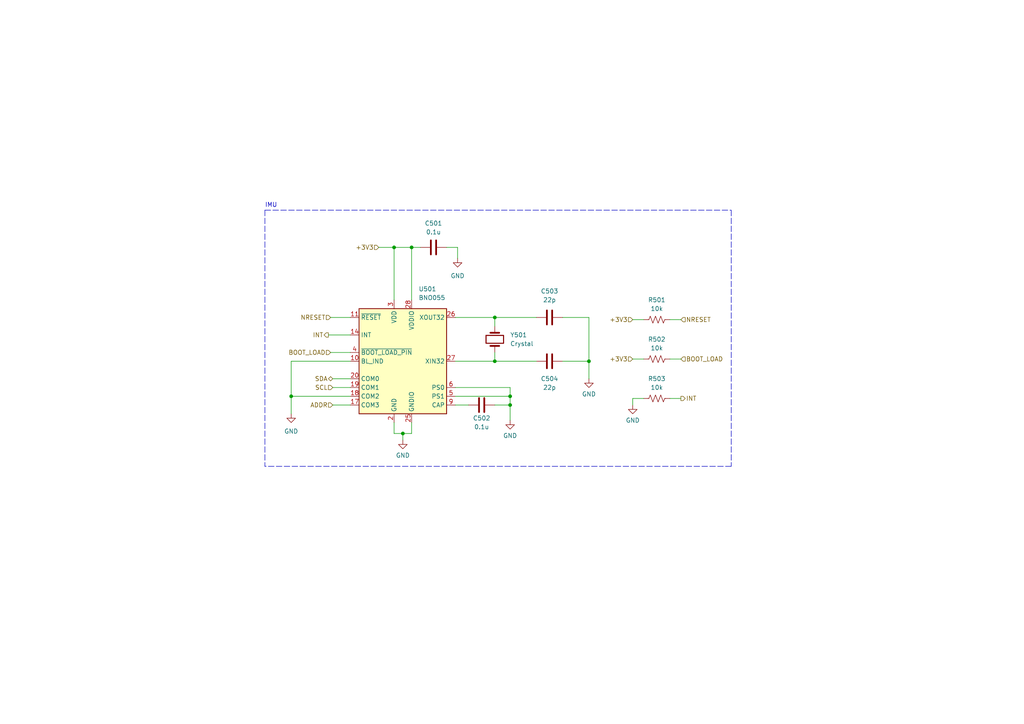
<source format=kicad_sch>
(kicad_sch (version 20211123) (generator eeschema)
  (paper "A4")
  (lib_symbols
    (symbol "Device:C" (pin_numbers hide) (pin_names (offset 0.254))
      (property "Reference" "C" (at 0.635 2.54 0))
      (property "Value" "C" (at 0.635 -2.54 0))
      (symbol "C_0_1"
        (polyline (pts (xy -2.032 -0.762) (xy 2.032 -0.762)) (stroke (width 0.508)))
        (polyline (pts (xy -2.032 0.762) (xy 2.032 0.762)) (stroke (width 0.508)))
      )
      (symbol "C_1_1"
        (pin passive line (at 0 3.81 270) (length 2.794) (name "~") (number "1"))
        (pin passive line (at 0 -3.81 90) (length 2.794) (name "~") (number "2"))
      )
    )
    (symbol "Device:Crystal" (pin_numbers hide) (pin_names (offset 1.016) hide)
      (property "Reference" "Y" (at 0 3.81 0))
      (property "Value" "Crystal" (at 0 -3.81 0))
      (symbol "Crystal_0_1"
        (rectangle (start -1.143 2.54) (end 1.143 -2.54) (stroke (width 0.3048)))
        (polyline (pts (xy -2.54 0) (xy -1.905 0)))
        (polyline (pts (xy -1.905 -1.27) (xy -1.905 1.27)) (stroke (width 0.508)))
        (polyline (pts (xy 1.905 -1.27) (xy 1.905 1.27)) (stroke (width 0.508)))
        (polyline (pts (xy 2.54 0) (xy 1.905 0)))
      )
      (symbol "Crystal_1_1"
        (pin passive line (at -3.81 0 0) (length 1.27) (name "1") (number "1"))
        (pin passive line (at 3.81 0 180) (length 1.27) (name "2") (number "2"))
      )
    )
    (symbol "Device:R_US" (pin_numbers hide) (pin_names (offset 0))
      (property "Reference" "R" (at 2.54 0 90))
      (property "Value" "R_US" (at -2.54 0 90))
      (symbol "R_US_0_1"
        (polyline (pts (xy 0 -2.286) (xy 0 -2.54)))
        (polyline (pts (xy 0 2.286) (xy 0 2.54)))
        (polyline (pts (xy 0 -0.762) (xy 1.016 -1.143) (xy 0 -1.524) (xy -1.016 -1.905) (xy 0 -2.286)))
        (polyline (pts (xy 0 0.762) (xy 1.016 0.381) (xy 0 0) (xy -1.016 -0.381) (xy 0 -0.762)))
        (polyline (pts (xy 0 2.286) (xy 1.016 1.905) (xy 0 1.524) (xy -1.016 1.143) (xy 0 0.762)))
      )
      (symbol "R_US_1_1"
        (pin passive line (at 0 3.81 270) (length 1.27) (name "~") (number "1"))
        (pin passive line (at 0 -3.81 90) (length 1.27) (name "~") (number "2"))
      )
    )
    (symbol "GAINS_PCB_SYMBOLS:BNO055"
      (property "Reference" "U" (at -11.43 16.51 0))
      (property "Value" "BNO055" (at 12.7 16.51 0))
      (symbol "BNO055_0_1"
        (rectangle (start -12.7 15.24) (end 12.7 -15.24) (stroke (width 0.254)) (fill (type background)))
      )
      (symbol "BNO055_1_1"
        (pin no_connect line (at -12.7 10.16 0) (length 2.54) hide (name "PIN1") (number "1"))
        (pin output line (at -15.24 0 0) (length 2.54) (name "BL_IND") (number "10"))
        (pin input line (at -15.24 12.7 0) (length 2.54) (name "~{RESET}") (number "11"))
        (pin no_connect line (at 12.7 10.16 180) (length 2.54) hide (name "PIN12") (number "12"))
        (pin no_connect line (at 12.7 7.62 180) (length 2.54) hide (name "PIN13") (number "13"))
        (pin output line (at -15.24 7.62 0) (length 2.54) (name "INT") (number "14"))
        (pin passive line (at 2.54 -17.78 90) (length 2.54) hide (name "GNDIO") (number "15"))
        (pin passive line (at 2.54 -17.78 90) (length 2.54) hide (name "GNDIO") (number "16"))
        (pin input line (at -15.24 -12.7 0) (length 2.54) (name "COM3") (number "17"))
        (pin bidirectional line (at -15.24 -10.16 0) (length 2.54) (name "COM2") (number "18"))
        (pin bidirectional line (at -15.24 -7.62 0) (length 2.54) (name "COM1") (number "19"))
        (pin power_in line (at -2.54 -17.78 90) (length 2.54) (name "GND") (number "2"))
        (pin bidirectional line (at -15.24 -5.08 0) (length 2.54) (name "COM0") (number "20"))
        (pin no_connect line (at 12.7 5.08 180) (length 2.54) hide (name "PIN21") (number "21"))
        (pin no_connect line (at 12.7 2.54 180) (length 2.54) hide (name "PIN22") (number "22"))
        (pin no_connect line (at 12.7 -2.54 180) (length 2.54) hide (name "PIN23") (number "23"))
        (pin no_connect line (at 12.7 -5.08 180) (length 2.54) hide (name "PIN24") (number "24"))
        (pin power_in line (at 2.54 -17.78 90) (length 2.54) (name "GNDIO") (number "25"))
        (pin output line (at 15.24 12.7 180) (length 2.54) (name "XOUT32") (number "26"))
        (pin input line (at 15.24 0 180) (length 2.54) (name "XIN32") (number "27"))
        (pin power_in line (at 2.54 17.78 270) (length 2.54) (name "VDDIO") (number "28"))
        (pin power_in line (at -2.54 17.78 270) (length 2.54) (name "VDD") (number "3"))
        (pin input line (at -15.24 2.54 0) (length 2.54) (name "~{BOOT_LOAD_PIN}") (number "4"))
        (pin input line (at 15.24 -10.16 180) (length 2.54) (name "PS1") (number "5"))
        (pin input line (at 15.24 -7.62 180) (length 2.54) (name "PS0") (number "6"))
        (pin no_connect line (at -12.7 5.08 0) (length 2.54) hide (name "PIN7") (number "7"))
        (pin no_connect line (at -12.7 -2.54 0) (length 2.54) hide (name "PIN8") (number "8"))
        (pin passive line (at 15.24 -12.7 180) (length 2.54) (name "CAP") (number "9"))
      )
    )
    (symbol "power:GND" (power) (pin_names (offset 0))
      (property "Value" "GND" (at 0 -3.81 0))
      (symbol "GND_0_1"
        (polyline (pts (xy 0 0) (xy 0 -1.27) (xy 1.27 -1.27) (xy 0 -2.54) (xy -1.27 -1.27) (xy 0 -1.27)))
      )
      (symbol "GND_1_1"
        (pin power_in line (at 0 0 270) (length 0) hide (name "GND") (number "1"))
      )
    )
  )
  (junction (at 147.955 114.935))
  (junction (at 116.84 125.73))
  (junction (at 84.455 114.935))
  (junction (at 119.38 71.755))
  (junction (at 147.955 117.475))
  (junction (at 170.815 104.775))
  (junction (at 143.51 92.075))
  (junction (at 143.51 104.775))
  (junction (at 114.3 71.755))
  (wire (pts (xy 114.3 71.755) (xy 119.38 71.755)))
  (wire (pts (xy 84.455 114.935) (xy 101.6 114.935)))
  (wire (pts (xy 119.38 71.755) (xy 121.92 71.755)))
  (wire (pts (xy 183.515 92.71) (xy 186.69 92.71)))
  (wire (pts (xy 95.885 92.075) (xy 101.6 92.075)))
  (wire (pts (xy 132.08 92.075) (xy 143.51 92.075)))
  (wire (pts (xy 116.84 125.73) (xy 119.38 125.73)))
  (wire (pts (xy 95.25 97.155) (xy 101.6 97.155)))
  (wire (pts (xy 114.3 125.73) (xy 116.84 125.73)))
  (wire (pts (xy 143.51 117.475) (xy 147.955 117.475)))
  (wire (pts (xy 143.51 104.775) (xy 155.575 104.775)))
  (wire (pts (xy 95.885 102.235) (xy 101.6 102.235)))
  (wire (pts (xy 183.515 117.475) (xy 183.515 115.57)))
  (wire (pts (xy 132.08 112.395) (xy 147.955 112.395)))
  (wire (pts (xy 96.52 117.475) (xy 101.6 117.475)))
  (wire (pts (xy 143.51 92.075) (xy 143.51 94.615)))
  (polyline (pts (xy 76.835 60.96) (xy 212.09 60.96)))
  (wire (pts (xy 96.52 112.395) (xy 101.6 112.395)))
  (wire (pts (xy 163.195 92.075) (xy 170.815 92.075)))
  (wire (pts (xy 132.08 104.775) (xy 143.51 104.775)))
  (wire (pts (xy 183.515 115.57) (xy 186.69 115.57)))
  (wire (pts (xy 132.08 117.475) (xy 135.89 117.475)))
  (wire (pts (xy 129.54 71.755) (xy 132.715 71.755)))
  (polyline (pts (xy 76.835 60.96) (xy 76.835 135.255)))
  (wire (pts (xy 147.955 114.935) (xy 147.955 117.475)))
  (wire (pts (xy 147.955 117.475) (xy 147.955 121.92)))
  (wire (pts (xy 84.455 114.935) (xy 84.455 120.015)))
  (polyline (pts (xy 212.09 60.96) (xy 212.09 135.255)))
  (wire (pts (xy 109.855 71.755) (xy 114.3 71.755)))
  (wire (pts (xy 194.31 115.57) (xy 197.485 115.57)))
  (wire (pts (xy 116.84 125.73) (xy 116.84 127.635)))
  (wire (pts (xy 170.815 104.775) (xy 170.815 109.855)))
  (polyline (pts (xy 212.09 135.255) (xy 76.835 135.255)))
  (wire (pts (xy 84.455 104.775) (xy 84.455 114.935)))
  (wire (pts (xy 132.08 114.935) (xy 147.955 114.935)))
  (wire (pts (xy 194.31 92.71) (xy 197.485 92.71)))
  (wire (pts (xy 132.715 71.755) (xy 132.715 74.93)))
  (wire (pts (xy 114.3 71.755) (xy 114.3 86.995)))
  (wire (pts (xy 143.51 104.775) (xy 143.51 102.235)))
  (wire (pts (xy 119.38 71.755) (xy 119.38 86.995)))
  (wire (pts (xy 114.3 122.555) (xy 114.3 125.73)))
  (wire (pts (xy 143.51 92.075) (xy 155.575 92.075)))
  (wire (pts (xy 183.515 104.14) (xy 186.69 104.14)))
  (wire (pts (xy 147.955 112.395) (xy 147.955 114.935)))
  (wire (pts (xy 119.38 125.73) (xy 119.38 122.555)))
  (wire (pts (xy 194.31 104.14) (xy 197.485 104.14)))
  (wire (pts (xy 101.6 104.775) (xy 84.455 104.775)))
  (wire (pts (xy 170.815 92.075) (xy 170.815 104.775)))
  (wire (pts (xy 163.195 104.775) (xy 170.815 104.775)))
  (wire (pts (xy 96.52 109.855) (xy 101.6 109.855)))
  (text "IMU" (at 76.835 60.325 0) (effects (font (size 1.27 1.27)) (justify left bottom)))
  (hierarchical_label "+3V3" (shape input) (at 183.515 92.71 180))
  (hierarchical_label "NRESET" (shape input) (at 95.885 92.075 180))
  (hierarchical_label "SDA" (shape bidirectional) (at 96.52 109.855 180))
  (hierarchical_label "BOOT_LOAD" (shape input) (at 197.485 104.14 0))
  (hierarchical_label "+3V3" (shape input) (at 109.855 71.755 180))
  (hierarchical_label "INT" (shape output) (at 95.25 97.155 180))
  (hierarchical_label "BOOT_LOAD" (shape input) (at 95.885 102.235 180))
  (hierarchical_label "INT" (shape output) (at 197.485 115.57 0))
  (hierarchical_label "+3V3" (shape input) (at 183.515 104.14 180))
  (hierarchical_label "ADDR" (shape input) (at 96.52 117.475 180))
  (hierarchical_label "SCL" (shape input) (at 96.52 112.395 180))
  (hierarchical_label "NRESET" (shape input) (at 197.485 92.71 0))
  (symbol (lib_id "power:GND") (at 170.815 109.855 0) (unit 1)
    (property "Reference" "#PWR0505" (effects hide))
    (property "Value" "GND" (at 170.815 114.3 0))
  )
  (symbol (lib_id "Device:C") (at 125.73 71.755 90) (unit 1)
    (property "Reference" "C501" (at 125.73 64.77 90))
    (property "Value" "0.1u" (at 125.73 67.31 90))
  )
  (symbol (lib_id "Device:C") (at 159.385 92.075 270) (unit 1)
    (property "Reference" "C503" (at 159.385 84.455 90))
    (property "Value" "22p" (at 159.385 86.995 90))
  )
  (symbol (lib_id "Device:R_US") (at 190.5 92.71 90) (unit 1)
    (property "Reference" "R501" (at 190.5 86.995 90))
    (property "Value" "10k" (at 190.5 89.535 90))
  )
  (symbol (lib_id "Device:C") (at 159.385 104.775 270) (unit 1)
    (property "Reference" "C504" (at 159.385 109.855 90))
    (property "Value" "22p" (at 159.385 112.395 90))
  )
  (symbol (lib_id "Device:R_US") (at 190.5 104.14 90) (unit 1)
    (property "Reference" "R502" (at 190.5 98.425 90))
    (property "Value" "10k" (at 190.5 100.965 90))
  )
  (symbol (lib_id "Device:C") (at 139.7 117.475 90) (unit 1)
    (property "Reference" "C502" (at 139.7 121.285 90))
    (property "Value" "0.1u" (at 139.7 123.825 90))
  )
  (symbol (lib_id "power:GND") (at 132.715 74.93 0) (unit 1)
    (property "Reference" "#PWR0503" (effects hide))
    (property "Value" "GND" (at 132.715 80.01 0))
  )
  (symbol (lib_id "power:GND") (at 116.84 127.635 0) (unit 1)
    (property "Reference" "#PWR0502" (effects hide))
    (property "Value" "GND" (at 116.84 132.08 0))
  )
  (symbol (lib_id "Device:Crystal") (at 143.51 98.425 90) (unit 1)
    (property "Reference" "Y501" (at 147.955 97.1549 90) (effects (justify right)))
    (property "Value" "Crystal" (at 147.955 99.6949 90) (effects (justify right)))
  )
  (symbol (lib_id "GAINS_PCB_SYMBOLS:BNO055") (at 116.84 104.775 0) (unit 1)
    (property "Reference" "U501" (at 121.3994 83.82 0) (effects (justify left)))
    (property "Value" "BNO055" (at 121.3994 86.36 0) (effects (justify left)))
    (property "Footprint" "Package_LGA:LGA-28_5.2x3.8mm_P0.5mm" (effects hide))
    (property "Datasheet" "https://www.bosch-sensortec.com/media/boschsensortec/downloads/datasheets/bst-bno055-ds000.pdf" (effects hide))
  )
  (symbol (lib_id "power:GND") (at 84.455 120.015 0) (unit 1)
    (property "Reference" "#PWR0501" (effects hide))
    (property "Value" "GND" (at 84.455 125.095 0))
  )
  (symbol (lib_id "Device:R_US") (at 190.5 115.57 90) (unit 1)
    (property "Reference" "R503" (at 190.5 109.855 90))
    (property "Value" "10k" (at 190.5 112.395 90))
  )
  (symbol (lib_id "power:GND") (at 147.955 121.92 0) (unit 1)
    (property "Reference" "#PWR0504" (effects hide))
    (property "Value" "GND" (at 147.955 126.365 0))
  )
  (symbol (lib_id "power:GND") (at 183.515 117.475 0) (unit 1)
    (property "Reference" "#PWR0506" (effects hide))
    (property "Value" "GND" (at 183.515 121.92 0))
  )
)
</source>
